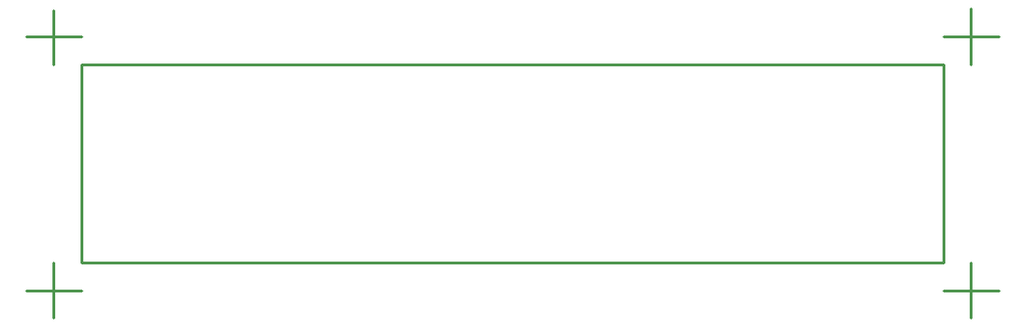
<source format=gko>
G04*
G04 #@! TF.GenerationSoftware,Altium Limited,Altium Designer,18.1.1 (9)*
G04*
G04 Layer_Color=16711935*
%FSLAX42Y42*%
%MOMM*%
G71*
G01*
G75*
%ADD46C,0.25*%
%ADD63C,0.25*%
D46*
X0Y0D02*
Y1800D01*
X7800D01*
Y0D02*
Y1800D01*
X0Y0D02*
X7800D01*
D63*
Y2050D02*
X8300D01*
X8050Y1800D02*
Y2300D01*
Y-500D02*
Y0D01*
X7800Y-250D02*
X8300D01*
X-500D02*
X0D01*
X-250Y-500D02*
Y0D01*
X-500Y2050D02*
X0D01*
X-250Y1800D02*
Y2290D01*
M02*

</source>
